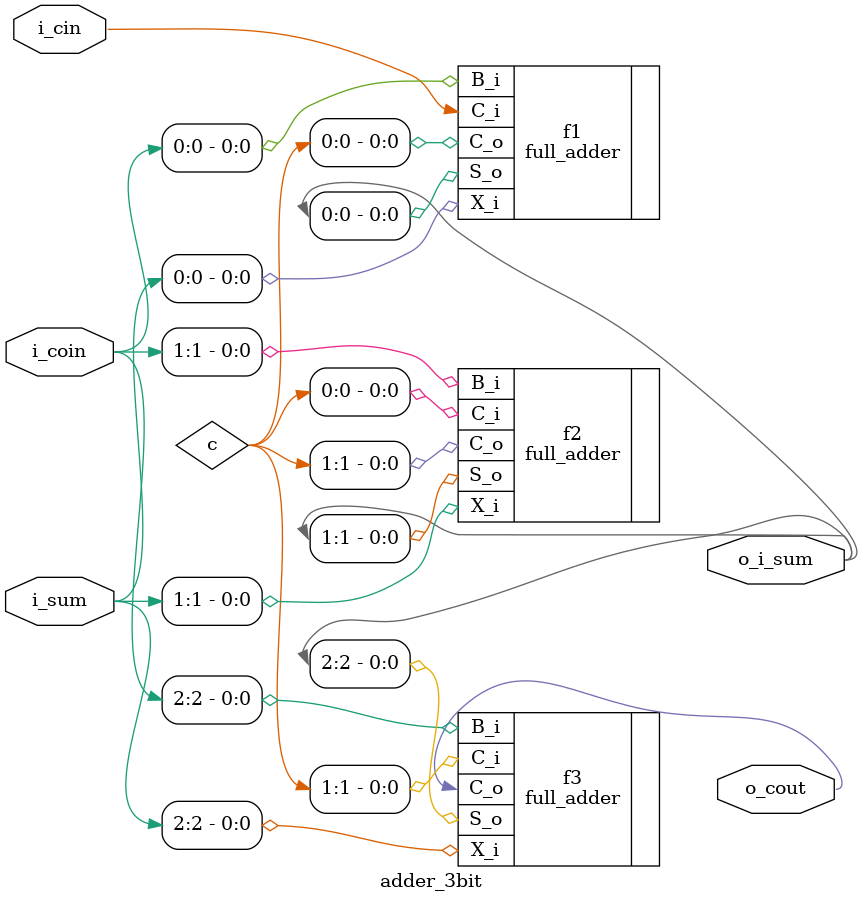
<source format=sv>
module adder_3bit (
    input  wire [2:0] i_sum,
    input  wire [2:0] i_coin,
    input  wire       i_cin,
    output wire [2:0] o_i_sum,
    output wire       o_cout
);
  wire [1:0] c;
  full_adder f1 (
    .X_i(i_sum[0]),
    .B_i(i_coin[0]),
    .C_i(i_cin),
    .S_o(o_i_sum[0]),
    .C_o(c[0])
);
  full_adder f2 (
    .X_i(i_sum[1]),
    .B_i(i_coin[1]),
    .C_i(c[0]),
    .S_o(o_i_sum[1]),
    .C_o(c[1])
);
  full_adder f3 (
    .X_i(i_sum[2]),
    .B_i(i_coin[2]),
    .C_i(c[1]),
    .S_o(o_i_sum[2]),
    .C_o(o_cout)
);
endmodule
</source>
